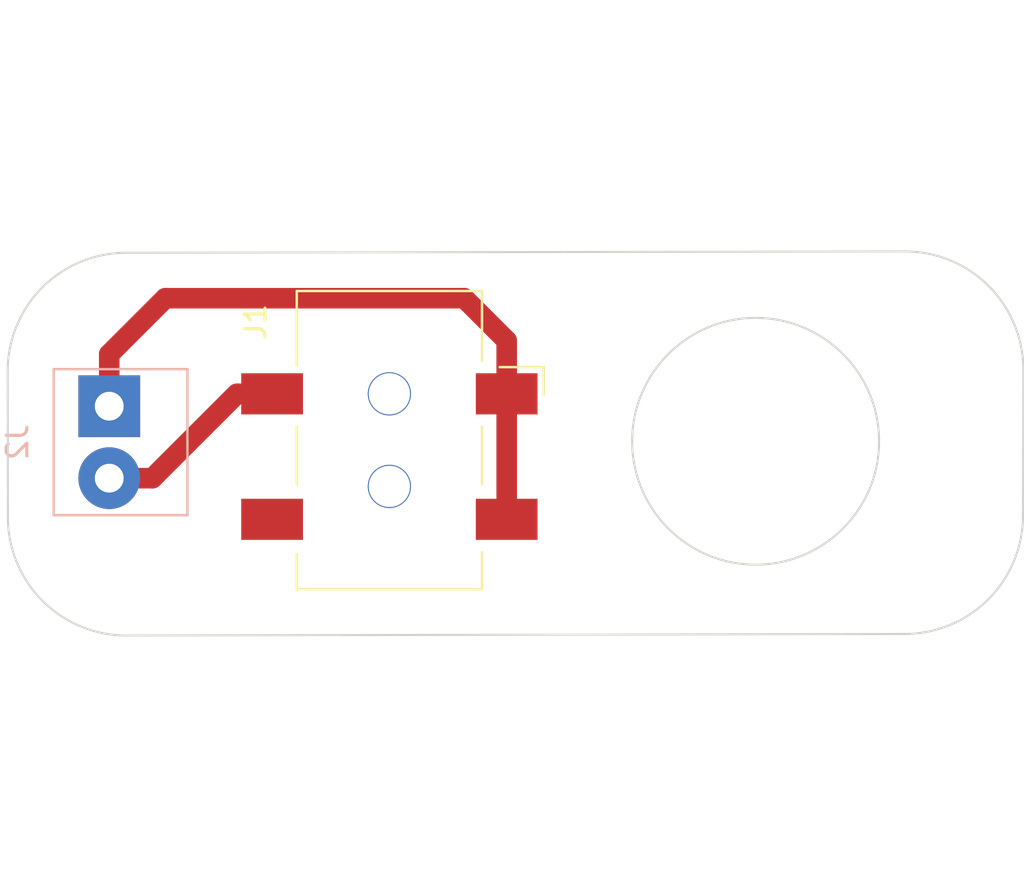
<source format=kicad_pcb>
(kicad_pcb (version 20221018) (generator pcbnew)
  (layers (0 "F.Cu" signal) (31 "B.Cu" signal) (34 "B.Paste" user) (35 "F.Paste" user) (36 "B.SilkS" user "B.Silkscreen") (37 "F.SilkS" user "F.Silkscreen") (38 "B.Mask" user) (39 "F.Mask" user) (44 "Edge.Cuts" user))
  (net 0 "")
  (net 1 "Net-(J2-Pin_1)")
  (net 2 "Net-(J2-Pin_2)")
  (footprint "fab:CUIDevices_PJ-002AH-SMT-TR_PWRJack_2x5.5mm" (layer "F.Cu") (at 116.813024 73.975 -90)
    (fp_text reference "J1" (at -6.5 6.5 90) (layer "F.SilkS"))
    (fp_text value "Conn_PWRJack_2x5.5mm_CUIDevices_PJ-002AH-SMT-TR")
    (fp_line (start -8 -4.5) (end -4.6 -4.5) (stroke (width 0.12)) (layer "F.SilkS"))
    (fp_line (start -8 4.5) (end -8 -4.5) (stroke (width 0.12)) (layer "F.SilkS"))
    (fp_line (start -8 4.5) (end -4.39 4.5) (stroke (width 0.12)) (layer "F.SilkS"))
    (fp_line (start -4.3 -7.5) (end -4.3 -5.36) (stroke (width 0.12)) (layer "F.SilkS"))
    (fp_line (start -2.96 -7.5) (end -4.3 -7.5) (stroke (width 0.12)) (layer "F.SilkS"))
    (fp_line (start -1.4 -4.5) (end 1.4 -4.5) (stroke (width 0.12)) (layer "F.SilkS"))
    (fp_line (start -1.4 4.5) (end 1.4 4.5) (stroke (width 0.12)) (layer "F.SilkS"))
    (fp_line (start 4.7 -4.5) (end 6.5 -4.5) (stroke (width 0.12)) (layer "F.SilkS"))
    (fp_line (start 6.5 -4.5) (end 6.5 4.5) (stroke (width 0.12)) (layer "F.SilkS"))
    (fp_line (start 6.5 4.5) (end 4.8 4.5) (stroke (width 0.12)) (layer "F.SilkS"))
    (pad "" thru_hole circle (at -3 0) (size 2.1 2.1) (drill 2) (layers "*.Cu" "*.Mask"))
    (pad "" thru_hole circle (at 1.5 0) (size 2.1 2.1) (drill 2) (layers "*.Cu" "*.Mask"))
    (pad "1" smd rect (at -3 -5.7) (size 3 2) (layers "F.Cu" "F.Paste" "F.Mask") (net 1 "Net-(J2-Pin_1)"))
    (pad "1" smd rect (at 3.1 -5.7) (size 3 2) (layers "F.Cu" "F.Paste" "F.Mask") (net 1 "Net-(J2-Pin_1)"))
    (pad "2" smd rect (at 3.1 5.7) (size 3 2) (layers "F.Cu" "F.Paste" "F.Mask"))
    (pad "3" smd rect (at -3 5.7) (size 3 2) (layers "F.Cu" "F.Paste" "F.Mask") (net 2 "Net-(J2-Pin_2)"))
  )
  (footprint "fab:TerminalBlock_OnShore_1x02_P3.50mm_Horizontal" (layer "B.Cu") (at 103.2 71.575 -90)
    (fp_text reference "J2" (at 1.75 4.46 90) (layer "B.SilkS") (effects (justify mirror)))
    (fp_text value "Screw_Terminal_01x02_P3.5mm")
    (fp_line (start -1.8 -3.8) (end 5.3 -3.8) (stroke (width 0.12)) (layer "B.SilkS"))
    (fp_line (start -1.8 2.7) (end -1.8 -3.8) (stroke (width 0.12)) (layer "B.SilkS"))
    (fp_line (start -1.8 2.7) (end 5.3 2.7) (stroke (width 0.12)) (layer "B.SilkS"))
    (fp_line (start 5.3 2.7) (end 5.3 -3.8) (stroke (width 0.12)) (layer "B.SilkS"))
    (pad "1" thru_hole rect (at 0 0 270) (size 3 3) (drill 1.4) (layers "*.Cu" "*.Mask") (net 1 "Net-(J2-Pin_1)"))
    (pad "2" thru_hole circle (at 3.5 0 270) (size 3 3) (drill 1.4) (layers "*.Cu" "*.Mask") (net 2 "Net-(J2-Pin_2)"))
  )
  (gr_arc (start 141.868272 64.05) (mid 145.934136 65.734136) (end 147.618272 69.8) (stroke (width 0.1)) (layer "Edge.Cuts"))
  (gr_line (start 104.025 82.725) (end 141.85 82.65) (stroke (width 0.1)) (layer "Edge.Cuts"))
  (gr_arc (start 98.265864 69.865864) (mid 99.95 65.8) (end 104.015864 64.115864) (stroke (width 0.1)) (layer "Edge.Cuts"))
  (gr_circle (center 134.609136 73.280635) (end 140.609136 73.280635) (stroke (width 0.1)) (fill none) (layer "Edge.Cuts"))
  (gr_line (start 147.6 76.9) (end 147.618272 69.8) (stroke (width 0.1)) (layer "Edge.Cuts"))
  (gr_arc (start 147.6 76.9) (mid 145.915864 80.965864) (end 141.85 82.65) (stroke (width 0.1)) (layer "Edge.Cuts"))
  (gr_arc (start 104.025 82.725) (mid 99.959136 81.040864) (end 98.275 76.975) (stroke (width 0.1)) (layer "Edge.Cuts"))
  (gr_line (start 98.265864 69.865864) (end 98.275 76.975) (stroke (width 0.1)) (layer "Edge.Cuts"))
  (gr_line (start 141.868272 64.05) (end 104.015864 64.115864) (stroke (width 0.1)) (layer "Edge.Cuts"))
  (segment (start 122.513024 70.975) (end 122.513024 68.388024) (width 1) (layer "F.Cu") (net 1))
  (segment (start 103.2 69.05) (end 103.2 71.575) (width 1) (layer "F.Cu") (net 1))
  (segment (start 120.45 66.325) (end 105.925 66.325) (width 1) (layer "F.Cu") (net 1))
  (segment (start 105.925 66.325) (end 103.2 69.05) (width 1) (layer "F.Cu") (net 1))
  (segment (start 122.513024 68.388024) (end 120.45 66.325) (width 1) (layer "F.Cu") (net 1))
  (segment (start 122.513024 70.975) (end 122.513024 77.075) (width 1) (layer "F.Cu") (net 1))
  (segment (start 105.3 75.075) (end 103.2 75.075) (width 1) (layer "F.Cu") (net 2))
  (segment (start 109.4 70.975) (end 105.3 75.075) (width 1) (layer "F.Cu") (net 2))
  (segment (start 111.113024 70.975) (end 109.4 70.975) (width 1) (layer "F.Cu") (net 2))
)
</source>
